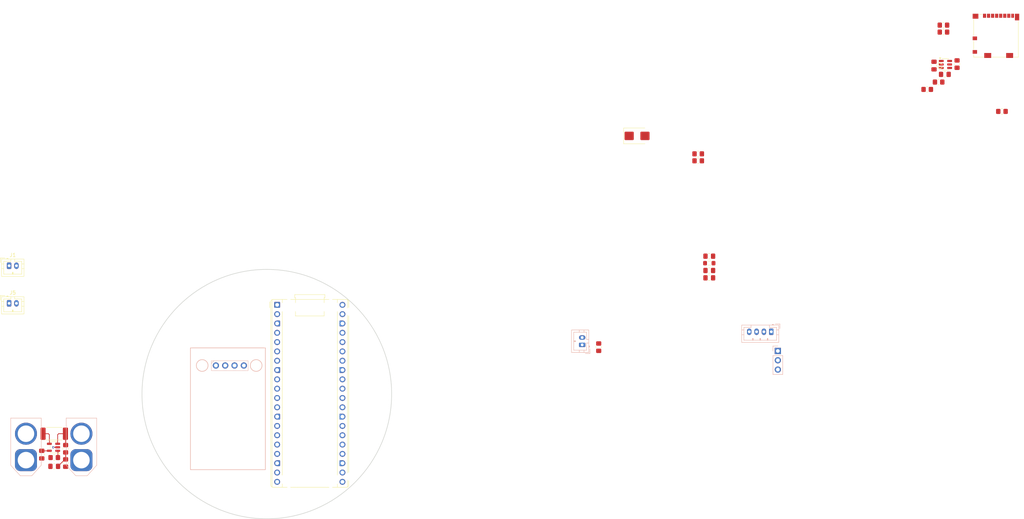
<source format=kicad_pcb>
(kicad_pcb (version 20241229) (generator "pcbnew") (generator_version "9.0")
  (layers (0 "F.Cu" signal) (2 "B.Cu" signal) (13 "F.Paste" user) (15 "B.Paste" user) (5 "F.SilkS" user "F.Silkscreen") (7 "B.SilkS" user "B.Silkscreen") (1 "F.Mask" user) (3 "B.Mask" user) (25 "Edge.Cuts" user))
  (net 0 "")
  (net 1 "/ISENSE_ADC")
  (net 2 "/SCL")
  (net 4 "GND")
  (net 6 "Net-(A1-VSYS)")
  (net 8 "/NTC_ADC")
  (net 10 "/SD_MOSI")
  (net 11 "/VBAT_ADC")
  (net 12 "/SPI1_MISO")
  (net 13 "/UART0_RX")
  (net 14 "+3.3V")
  (net 15 "/SD_CLK")
  (net 17 "/LC_SCK")
  (net 19 "/UART0_TX")
  (net 21 "/RPM")
  (net 22 "/SPI1_SCK")
  (net 23 "/SD_MISO")
  (net 26 "/SDA")
  (net 27 "Net-(A1-ADC_VREF)")
  (net 29 "/SD_CS")
  (net 30 "/SPI1_MOSI")
  (net 32 "/SPI1_CSN")
  (net 33 "/LC_DT")
  (net 34 "/DET_B")
  (net 35 "+5V")
  (net 36 "+12V")
  (net 37 "Net-(J10-SHIELD)")
  (net 38 "/DET_A")
  (net 39 "Net-(J10-VDD)")
  (net 40 "Net-(J10-DAT1)")
  (net 41 "Net-(J10-DAT2)")
  (net 42 "Net-(R4-Pad1)")
  (net 43 "Net-(U2-QOD)")
  (net 45 "/BOUT_P")
  (footprint "MountingHole:MountingHole_2.2mm_M2_ISO7380" (layer "F.Cu") (at 157.435996 115.985996)
    (property "Reference" "H3" (hide yes))
    (property "Value" "MountingHole")
    (pad "" np_thru_hole circle (at 0 0) (size 2.2 2.2) (drill 2.2) (layers "*.Cu" "*.Mask"))
  )
  (footprint "Resistor_SMD:R_2512_6332Metric_Pad1.40x3.35mm_HandSolder" (layer "F.Cu") (at 77.05 104.299999)
    (property "Reference" "R1" (hide yes))
    (property "Value" "6m")
    (fp_line (start -2.177064 -1.709999) (end 2.177063 -1.71) (stroke (width 0.12)) (layer "F.SilkS"))
    (fp_line (start -2.177063 1.71) (end 2.177064 1.709999) (stroke (width 0.12)) (layer "F.SilkS"))
    (pad "1" smd roundrect (at -3.049999 0.000001) (size 1.4 3.35) (layers "F.Cu" "F.Mask" "F.Paste") (roundrect_rratio 0.178571) (net 45 "/BOUT_P"))
    (pad "2" smd roundrect (at 3.049999 -0.000001) (size 1.4 3.35) (layers "F.Cu" "F.Mask" "F.Paste") (roundrect_rratio 0.178571) (net 36 "+12V"))
  )
  (footprint "Resistor_SMD:R_0805_2012Metric_Pad1.20x1.40mm_HandSolder" (layer "F.Cu") (at 335.184999 16.425 180)
    (property "Reference" "R13" (hide yes))
    (property "Value" "1M")
    (fp_line (start -0.227064 0.735) (end 0.227064 0.735) (stroke (width 0.12)) (layer "F.SilkS"))
    (fp_line (start -0.227064 -0.735) (end 0.227064 -0.735) (stroke (width 0.12)) (layer "F.SilkS"))
    (pad "1" smd roundrect (at -1 0 180) (size 1.2 1.4) (layers "F.Cu" "F.Mask" "F.Paste") (roundrect_rratio 0.208333) (net 37 "Net-(J10-SHIELD)"))
    (pad "2" smd roundrect (at 1 0 180) (size 1.2 1.4) (layers "F.Cu" "F.Mask" "F.Paste") (roundrect_rratio 0.208333) (net 4 "GND"))
  )
  (footprint "Resistor_SMD:R_0805_2012Metric_Pad1.20x1.40mm_HandSolder" (layer "F.Cu") (at 77.05 110.8 180)
    (property "Reference" "R4" (hide yes))
    (property "Value" "1k")
    (fp_line (start -0.227064 0.735) (end 0.227065 0.735) (stroke (width 0.12)) (layer "F.SilkS"))
    (fp_line (start -0.227065 -0.735) (end 0.227064 -0.735) (stroke (width 0.12)) (layer "F.SilkS"))
    (pad "1" smd roundrect (at -1.000001 -0.000001 180) (size 1.2 1.4) (layers "F.Cu" "F.Mask" "F.Paste") (roundrect_rratio 0.208333) (net 42 "Net-(R4-Pad1)"))
    (pad "2" smd roundrect (at 1.000001 0.000001 180) (size 1.2 1.4) (layers "F.Cu" "F.Mask" "F.Paste") (roundrect_rratio 0.208333) (net 1 "/ISENSE_ADC"))
  )
  (footprint "Resistor_SMD:R_0805_2012Metric_Pad1.20x1.40mm_HandSolder" (layer "F.Cu") (at 319.25 -7.1 180)
    (property "Reference" "R9" (hide yes))
    (property "Value" "10k")
    (fp_line (start -0.227064 0.735) (end 0.227064 0.735) (stroke (width 0.12)) (layer "F.SilkS"))
    (fp_line (start -0.227064 -0.735) (end 0.227064 -0.735) (stroke (width 0.12)) (layer "F.SilkS"))
    (pad "1" smd roundrect (at -1 0 180) (size 1.2 1.4) (layers "F.Cu" "F.Mask" "F.Paste") (roundrect_rratio 0.208333) (net 39 "Net-(J10-VDD)"))
    (pad "2" smd roundrect (at 1 0 180) (size 1.2 1.4) (layers "F.Cu" "F.Mask" "F.Paste") (roundrect_rratio 0.208333) (net 41 "Net-(J10-DAT2)"))
  )
  (footprint "Inductor_SMD:L_0805_2012Metric_Pad1.05x1.20mm_HandSolder" (layer "F.Cu") (at 255.47 57.8 180)
    (property "Reference" "FB1" (hide yes))
    (property "Value" "FerriteBead_Small")
    (fp_line (start -0.410242 0.56) (end 0.410242 0.56) (stroke (width 0.12)) (layer "F.SilkS"))
    (fp_line (start -0.410242 -0.56) (end 0.410242 -0.56) (stroke (width 0.12)) (layer "F.SilkS"))
    (pad "1" smd roundrect (at -1.15 0 180) (size 1.05 1.2) (layers "F.Cu" "F.Mask" "F.Paste") (roundrect_rratio 0.238095) (net 27 "Net-(A1-ADC_VREF)"))
    (pad "2" smd roundrect (at 1.15 0 180) (size 1.05 1.2) (layers "F.Cu" "F.Mask" "F.Paste") (roundrect_rratio 0.238095) (net 14 "+3.3V"))
  )
  (footprint "Connector_JST:JST_PH_B2B-PH-K_1x02_P2.00mm_Vertical" (layer "F.Cu") (at 64.75 58.5)
    (property "Reference" "J1" (at 1 -2.9 0) (layer "F.SilkS"))
    (property "Value" "12V_OUT")
    (fp_line (start -2.36 -2.11) (end -2.36 -0.86) (stroke (width 0.12)) (layer "F.SilkS"))
    (fp_line (start -2.06 -0.5) (end -1.45 -0.5) (stroke (width 0.12)) (layer "F.SilkS"))
    (fp_line (start -2.06 0.8) (end -1.45 0.8) (stroke (width 0.12)) (layer "F.SilkS"))
    (fp_line (start -1.45 -1.2) (end -1.45 2.3) (stroke (width 0.12)) (layer "F.SilkS"))
    (fp_line (start -1.45 2.3) (end 3.45 2.3) (stroke (width 0.12)) (layer "F.SilkS"))
    (fp_line (start -1.11 -2.11) (end -2.36 -2.11) (stroke (width 0.12)) (layer "F.SilkS"))
    (fp_line (start -0.6 -2.01) (end -0.6 -1.81) (stroke (width 0.12)) (layer "F.SilkS"))
    (fp_line (start -0.3 -2.01) (end -0.6 -2.01) (stroke (width 0.12)) (layer "F.SilkS"))
    (fp_line (start -0.3 -1.91) (end -0.6 -1.91) (stroke (width 0.12)) (layer "F.SilkS"))
    (fp_line (start -0.3 -1.81) (end -0.3 -2.01) (stroke (width 0.12)) (layer "F.SilkS"))
    (fp_line (start 0.5 -1.81) (end 0.5 -1.2) (stroke (width 0.12)) (layer "F.SilkS"))
    (fp_line (start 0.5 -1.2) (end -1.45 -1.2) (stroke (width 0.12)) (layer "F.SilkS"))
    (fp_line (start 0.9 1.8) (end 1.1 1.8) (stroke (width 0.12)) (layer "F.SilkS"))
    (fp_line (start 0.9 2.3) (end 0.9 1.8) (stroke (width 0.12)) (layer "F.SilkS"))
    (fp_line (start 1 2.3) (end 1 1.8) (stroke (width 0.12)) (layer "F.SilkS"))
    (fp_line (start 1.1 1.8) (end 1.1 2.3) (stroke (width 0.12)) (layer "F.SilkS"))
    (fp_line (start 1.5 -1.2) (end 1.5 -1.81) (stroke (width 0.12)) (layer "F.SilkS"))
    (fp_line (start 3.45 -1.2) (end 1.5 -1.2) (stroke (width 0.12)) (layer "F.SilkS"))
    (fp_line (start 3.45 2.3) (end 3.45 -1.2) (stroke (width 0.12)) (layer "F.SilkS"))
    (fp_line (start 4.06 -0.5) (end 3.45 -0.5) (stroke (width 0.12)) (layer "F.SilkS"))
    (fp_line (start 4.06 0.8) (end 3.45 0.8) (stroke (width 0.12)) (layer "F.SilkS"))
    (fp_rect (start -2.06 -1.81) (end 4.06 2.91) (stroke (width 0.12)) (fill no) (layer "F.SilkS"))
    (pad "1" thru_hole roundrect (at 0 0) (size 1.2 1.75) (drill 0.75) (layers "*.Cu" "*.Mask") (roundrect_rratio 0.208333) (net 36 "+12V"))
    (pad "2" thru_hole oval (at 2 0) (size 1.2 1.75) (drill 0.75) (layers "*.Cu" "*.Mask") (net 4 "GND"))
  )
  (footprint "MountingHole:MountingHole_2.2mm_M2_ISO7380" (layer "F.Cu") (at 112.464004 115.985996)
    (property "Reference" "H4" (hide yes))
    (property "Value" "MountingHole")
    (pad "" np_thru_hole circle (at 0 0) (size 2.2 2.2) (drill 2.2) (layers "*.Cu" "*.Mask"))
  )
  (footprint "Resistor_SMD:R_0805_2012Metric_Pad1.20x1.40mm_HandSolder" (layer "F.Cu") (at 80.15 108.4 -90)
    (property "Reference" "R2" (hide yes))
    (property "Value" "10k")
    (fp_line (start -0.227064 0.735) (end 0.227065 0.735) (stroke (width 0.12)) (layer "F.SilkS"))
    (fp_line (start -0.227065 -0.735) (end 0.227064 -0.735) (stroke (width 0.12)) (layer "F.SilkS"))
    (pad "1" smd roundrect (at -1.000001 -0.000001 270) (size 1.2 1.4) (layers "F.Cu" "F.Mask" "F.Paste") (roundrect_rratio 0.208333) (net 36 "+12V"))
    (pad "2" smd roundrect (at 1.000001 0.000001 270) (size 1.2 1.4) (layers "F.Cu" "F.Mask" "F.Paste") (roundrect_rratio 0.208333) (net 11 "/VBAT_ADC"))
  )
  (footprint "Diode_SMD:D_SMB" (layer "F.Cu") (at 235.8 23.1)
    (property "Reference" "D1" (hide yes))
    (property "Value" "B220")
    (fp_line (start -3.66 -2.15) (end -3.66 2.15) (stroke (width 0.12)) (layer "F.SilkS"))
    (fp_line (start -3.66 -2.15) (end 2.15 -2.15) (stroke (width 0.12)) (layer "F.SilkS"))
    (fp_line (start -3.66 2.15) (end 2.15 2.15) (stroke (width 0.12)) (layer "F.SilkS"))
    (pad "1" smd roundrect (at -2.15 0) (size 2.5 2.3) (layers "F.Cu" "F.Mask" "F.Paste") (roundrect_rratio 0.1086956522) (net 6 "Net-(A1-VSYS)"))
    (pad "2" smd roundrect (at 2.15 0) (size 2.5 2.3) (layers "F.Cu" "F.Mask" "F.Paste") (roundrect_rratio 0.1086956522) (net 35 "+5V"))
  )
  (footprint "Resistor_SMD:R_0805_2012Metric_Pad1.20x1.40mm_HandSolder" (layer "F.Cu") (at 317.934999 8.425 180)
    (property "Reference" "R12" (hide yes))
    (property "Value" "10k")
    (fp_line (start -0.227064 0.735) (end 0.227064 0.735) (stroke (width 0.12)) (layer "F.SilkS"))
    (fp_line (start -0.227064 -0.735) (end 0.227064 -0.735) (stroke (width 0.12)) (layer "F.SilkS"))
    (pad "1" smd roundrect (at -1 0 180) (size 1.2 1.4) (layers "F.Cu" "F.Mask" "F.Paste") (roundrect_rratio 0.208333) (net 34 "/DET_B"))
    (pad "2" smd roundrect (at 1 0 180) (size 1.2 1.4) (layers "F.Cu" "F.Mask" "F.Paste") (roundrect_rratio 0.208333) (net 4 "GND"))
  )
  (footprint "Resistor_SMD:R_0805_2012Metric_Pad1.20x1.40mm_HandSolder" (layer "F.Cu") (at 252.45 27.9929)
    (property "Reference" "R5" (hide yes))
    (property "Value" "10k")
    (fp_line (start -0.227064 -0.735) (end 0.227064 -0.735) (stroke (width 0.12)) (layer "F.SilkS"))
    (fp_line (start -0.227064 0.735) (end 0.227064 0.735) (stroke (width 0.12)) (layer "F.SilkS"))
    (pad "1" smd roundrect (at -1 0) (size 1.2 1.4) (layers "F.Cu" "F.Mask" "F.Paste") (roundrect_rratio 0.208333) (net 14 "+3.3V"))
    (pad "2" smd roundrect (at 1 0) (size 1.2 1.4) (layers "F.Cu" "F.Mask" "F.Paste") (roundrect_rratio 0.208333) (net 26 "/SDA"))
  )
  (footprint "Module:RaspberryPi_Pico_Common_THT" (layer "F.Cu") (at 137.77 69.16)
    (property "Reference" "A1" (hide yes))
    (property "Value" "RaspberryPi_Pico_W")
    (fp_line (start -2.04 0.8) (end -2.04 -0.8) (stroke (width 0.12)) (layer "F.SilkS"))
    (fp_line (start -1.72 -0.87) (end -1.72 49.13) (stroke (width 0.12)) (layer "F.SilkS"))
    (fp_line (start -1.38 -1.417) (end -1.38 49.677) (stroke (width 0.12)) (layer "F.SilkS"))
    (fp_line (start -1.11 -1.48) (end 1.38 -1.48) (stroke (width 0.12)) (layer "F.SilkS"))
    (fp_line (start -1.11 49.74) (end 2.727939 49.74) (stroke (width 0.12)) (layer "F.SilkS"))
    (fp_line (start 1.38 -1.48) (end 1.38 -0.56648) (stroke (width 0.12)) (layer "F.SilkS"))
    (fp_line (start 1.38 -1.48) (end 2.72794 -1.48) (stroke (width 0.12)) (layer "F.SilkS"))
    (fp_line (start 1.38 1.82648) (end 1.38 46.43352) (stroke (width 0.12)) (layer "F.SilkS"))
    (fp_line (start 1.38 48.82648) (end 1.38 49.74) (stroke (width 0.12)) (layer "F.SilkS"))
    (fp_line (start 3.652061 -1.48) (end 4.655 -1.48) (stroke (width 0.12)) (layer "F.SilkS"))
    (fp_line (start 4.655 -1.48) (end 13.125 -1.48) (stroke (width 0.12)) (layer "F.SilkS"))
    (fp_line (start 4.78 -2.78) (end 4.78 -1.96) (stroke (width 0.12)) (layer "F.SilkS"))
    (fp_line (start 4.78 -2.78) (end 13 -2.78) (stroke (width 0.12)) (layer "F.SilkS"))
    (fp_line (start 4.78 -1.96) (end 4.99 -1.96) (stroke (width 0.12)) (layer "F.SilkS"))
    (fp_line (start 4.99 -1.96) (end 4.99 -0.564) (stroke (width 0.12)) (layer "F.SilkS"))
    (fp_line (start 4.99 1.824) (end 4.99 3.04) (stroke (width 0.12)) (layer "F.SilkS"))
    (fp_line (start 5.29 49.74) (end 3.652061 49.74) (stroke (width 0.12)) (layer "F.SilkS"))
    (fp_line (start 12.49 49.74) (end 5.29 49.74) (stroke (width 0.12)) (layer "F.SilkS"))
    (fp_line (start 12.79 -1.96) (end 12.79 -0.564) (stroke (width 0.12)) (layer "F.SilkS"))
    (fp_line (start 12.79 1.824) (end 12.79 3.04) (stroke (width 0.12)) (layer "F.SilkS"))
    (fp_line (start 12.79 3.04) (end 4.99 3.04) (stroke (width 0.12)) (layer "F.SilkS"))
    (fp_line (start 13 -2.78) (end 13 -1.96) (stroke (width 0.12)) (layer "F.SilkS"))
    (fp_line (start 13 -1.96) (end 12.79 -1.96) (stroke (width 0.12)) (layer "F.SilkS"))
    (fp_line (start 13.125 -1.48) (end 14.127939 -1.48) (stroke (width 0.12)) (layer "F.SilkS"))
    (fp_line (start 14.127939 49.74) (end 12.49 49.74) (stroke (width 0.12)) (layer "F.SilkS"))
    (fp_line (start 15.052061 -1.48) (end 16.4 -1.48) (stroke (width 0.12)) (layer "F.SilkS"))
    (fp_line (start 15.052061 49.74) (end 18.89 49.74) (stroke (width 0.12)) (layer "F.SilkS"))
    (fp_line (start 16.4 -1.48) (end 16.4 -0.56648) (stroke (width 0.12)) (layer "F.SilkS"))
    (fp_line (start 16.4 1.82648) (end 16.4 46.43352) (stroke (width 0.12)) (layer "F.SilkS"))
    (fp_line (start 16.4 48.82648) (end 16.4 49.74) (stroke (width 0.12)) (layer "F.SilkS"))
    (fp_line (start 18.89 -1.48) (end 16.4 -1.48) (stroke (width 0.12)) (layer "F.SilkS"))
    (fp_line (start 19.16 49.677) (end 19.16 -1.417) (stroke (width 0.12)) (layer "F.SilkS"))
    (fp_line (start 19.5 -0.87) (end 19.5 49.13) (stroke (width 0.12)) (layer "F.SilkS"))
    (fp_arc (start -1.72 -0.87) (mid -1.541335 -1.301335) (end -1.11 -1.48) (stroke (width 0.12)) (layer "F.SilkS"))
    (fp_arc (start -1.11 49.74) (mid -1.541364 49.561364) (end -1.72 49.13) (stroke (width 0.12)) (layer "F.SilkS"))
    (fp_arc (start 18.89 -1.48) (mid 19.321335 -1.301335) (end 19.5 -0.87) (stroke (width 0.12)) (layer "F.SilkS"))
    (fp_arc (start 19.5 49.13) (mid 19.321335 49.561335) (end 18.89 49.74) (stroke (width 0.12)) (layer "F.SilkS"))
    (pad "1" thru_hole roundrect (at 0 0) (size 1.6 1.6) (drill 1) (layers "*.Cu" "*.Mask") (roundrect_rratio 0.125) (net 26 "/SDA"))
    (pad "2" thru_hole circle (at 0 2.54) (size 1.6 1.6) (drill 1) (layers "*.Cu" "*.Mask") (net 2 "/SCL"))
    (pad "3" thru_hole custom (at 0 5.08) (size 1.6 1.6) (drill 1) (layers "*.Cu" "*.Mask") (net 4 "GND") (options (clearance outline) (anchor circle)) (primitives (gr_poly (pts (xy 0.8 0.6) (xy 0.8 -0.6) (xy 0.6 -0.8) (xy 0 -0.8) (xy 0 0.8) (xy 0.6 0.8)) (width 0) (fill yes)) (gr_circle (center 0.6 0.6) (end 0.8 0.6) (width 0) (fill yes)) (gr_circle (center 0.6 -0.6) (end 0.8 -0.6) (width 0) (fill yes))))
    (pad "4" thru_hole circle (at 0 7.62) (size 1.6 1.6) (drill 1) (layers "*.Cu" "*.Mask") (net 21 "/RPM"))
    (pad "5" thru_hole circle (at 0 10.16) (size 1.6 1.6) (drill 1) (layers "*.Cu" "*.Mask") (net 33 "/LC_DT"))
    (pad "6" thru_hole circle (at 0 12.7) (size 1.6 1.6) (drill 1) (layers "*.Cu" "*.Mask") (net 17 "/LC_SCK"))
    (pad "7" thru_hole circle (at 0 15.24) (size 1.6 1.6) (drill 1) (layers "*.Cu" "*.Mask"))
    (pad "8" thru_hole custom (at 0 17.78) (size 1.6 1.6) (drill 1) (layers "*.Cu" "*.Mask") (net 4 "GND") (options (clearance outline) (anchor circle)) (primitives (gr_poly (pts (xy 0.8 0.6) (xy 0.8 -0.6) (xy 0.6 -0.8) (xy 0 -0.8) (xy 0 0.8) (xy 0.6 0.8)) (width 0) (fill yes)) (gr_circle (center 0.6 0.6) (end 0.8 0.6) (width 0) (fill yes)) (gr_circle (center 0.6 -0.6) (end 0.8 -0.6) (width 0) (fill yes))))
    (pad "9" thru_hole circle (at 0 20.32) (size 1.6 1.6) (drill 1) (layers "*.Cu" "*.Mask"))
    (pad "10" thru_hole circle (at 0 22.86) (size 1.6 1.6) (drill 1) (layers "*.Cu" "*.Mask"))
    (pad "11" thru_hole circle (at 0 25.4) (size 1.6 1.6) (drill 1) (layers "*.Cu" "*.Mask"))
    (pad "12" thru_hole circle (at 0 27.94) (size 1.6 1.6) (drill 1) (layers "*.Cu" "*.Mask"))
    (pad "13" thru_hole custom (at 0 30.48) (size 1.6 1.6) (drill 1) (layers "*.Cu" "*.Mask") (net 4 "GND") (options (clearance outline) (anchor circle)) (primitives (gr_poly (pts (xy 0.8 0.6) (xy 0.8 -0.6) (xy 0.6 -0.8) (xy 0 -0.8) (xy 0 0.8) (xy 0.6 0.8)) (width 0) (fill yes)) (gr_circle (center 0.6 0.6) (end 0.8 0.6) (width 0) (fill yes)) (gr_circle (center 0.6 -0.6) (end 0.8 -0.6) (width 0) (fill yes))))
    (pad "14" thru_hole circle (at 0 33.02) (size 1.6 1.6) (drill 1) (layers "*.Cu" "*.Mask") (net 22 "/SPI1_SCK"))
    (pad "15" thru_hole circle (at 0 35.56) (size 1.6 1.6) (drill 1) (layers "*.Cu" "*.Mask") (net 30 "/SPI1_MOSI"))
    (pad "16" thru_hole circle (at 0 38.1) (size 1.6 1.6) (drill 1) (layers "*.Cu" "*.Mask") (net 12 "/SPI1_MISO"))
    (pad "17" thru_hole circle (at 0 40.64) (size 1.6 1.6) (drill 1) (layers "*.Cu" "*.Mask") (net 32 "/SPI1_CSN"))
    (pad "18" thru_hole custom (at 0 43.18) (size 1.6 1.6) (drill 1) (layers "*.Cu" "*.Mask") (net 4 "GND") (options (clearance outline) (anchor circle)) (primitives (gr_poly (pts (xy 0.8 0.6) (xy 0.8 -0.6) (xy 0.6 -0.8) (xy 0 -0.8) (xy 0 0.8) (xy 0.6 0.8)) (width 0) (fill yes)) (gr_circle (center 0.6 0.6) (end 0.8 0.6) (width 0) (fill yes)) (gr_circle (center 0.6 -0.6) (end 0.8 -0.6) (width 0) (fill yes))))
    (pad "19" thru_hole circle (at 0 45.72) (size 1.6 1.6) (drill 1) (layers "*.Cu" "*.Mask"))
    (pad "20" thru_hole circle (at 0 48.26) (size 1.6 1.6) (drill 1) (layers "*.Cu" "*.Mask"))
    (pad "21" thru_hole circle (at 17.78 48.26) (size 1.6 1.6) (drill 1) (layers "*.Cu" "*.Mask") (net 19 "/UART0_TX"))
    (pad "22" thru_hole circle (at 17.78 45.72) (size 1.6 1.6) (drill 1) (layers "*.Cu" "*.Mask") (net 13 "/UART0_RX"))
    (pad "23" thru_hole custom (at 17.78 43.18) (size 1.6 1.6) (drill 1) (layers "*.Cu" "*.Mask") (net 4 "GND") (options (clearance outline) (anchor circle)) (primitives (gr_poly (pts (xy -0.8 0.6) (xy -0.8 -0.6) (xy -0.6 -0.8) (xy 0 -0.8) (xy 0 0.8) (xy -0.6 0.8)) (width 0) (fill yes)) (gr_circle (center -0.6 0.6) (end -0.4 0.6) (width 0) (fill yes)) (gr_circle (center -0.6 -0.6) (end -0.4 -0.6) (width 0) (fill yes))))
    (pad "24" thru_hole circle (at 17.78 40.64) (size 1.6 1.6) (drill 1) (layers "*.Cu" "*.Mask") (net 15 "/SD_CLK"))
    (pad "25" thru_hole circle (at 17.78 38.1) (size 1.6 1.6) (drill 1) (layers "*.Cu" "*.Mask") (net 10 "/SD_MOSI"))
    (pad "26" thru_hole circle (at 17.78 35.56) (size 1.6 1.6) (drill 1) (layers "*.Cu" "*.Mask") (net 23 "/SD_MISO"))
    (pad "27" thru_hole circle (at 17.78 33.02) (size 1.6 1.6) (drill 1) (layers "*.Cu" "*.Mask") (net 29 "/SD_CS"))
    (pad "28" thru_hole custom (at 17.78 30.48) (size 1.6 1.6) (drill 1) (layers "*.Cu" "*.Mask") (net 4 "GND") (options (clearance outline) (anchor circle)) (primitives (gr_poly (pts (xy -0.8 0.6) (xy -0.8 -0.6) (xy -0.6 -0.8) (xy 0 -0.8) (xy 0 0.8) (xy -0.6 0.8)) (width 0) (fill yes)) (gr_circle (center -0.6 0.6) (end -0.4 0.6) (width 0) (fill yes)) (gr_circle (center -0.6 -0.6) (end -0.4 -0.6) (width 0) (fill yes))))
    (pad "29" thru_hole circle (at 17.78 27.94) (size 1.6 1.6) (drill 1) (layers "*.Cu" "*.Mask"))
    (pad "30" thru_hole circle (at 17.78 25.4) (size 1.6 1.6) (drill 1) (layers "*.Cu" "*.Mask"))
    (pad "31" thru_hole circle (at 17.78 22.86) (size 1.6 1.6) (drill 1) (layers "*.Cu" "*.Mask") (net 11 "/VBAT_ADC"))
    (pad "32" thru_hole circle (at 17.78 20.32) (size 1.6 1.6) (drill 1) (layers "*.Cu" "*.Mask") (net 1 "/ISENSE_ADC"))
    (pad "33" thru_hole custom (at 17.78 17.78) (size 1.6 1.6) (drill 1) (layers "*.Cu" "*.Mask") (net 4 "GND") (options (clearance outline) (anchor circle)) (primitives (gr_poly (pts (xy -0.8 0.6) (xy -0.8 -0.6) (xy -0.6 -0.8) (xy 0 -0.8) (xy 0 0.8) (xy -0.6 0.8)) (width 0) (fill yes)) (gr_circle (center -0.6 0.6) (end -0.4 0.6) (width 0) (fill yes)) (gr_circle (center -0.6 -0.6) (end -0.4 -0.6) (width 0) (fill yes))))
    (pad "34" thru_hole circle (at 17.78 15.24) (size 1.6 1.6) (drill 1) (layers "*.Cu" "*.Mask") (net 8 "/NTC_ADC"))
    (pad "35" thru_hole circle (at 17.78 12.7) (size 1.6 1.6) (drill 1) (layers "*.Cu" "*.Mask") (net 27 "Net-(A1-ADC_VREF)"))
    (pad "36" thru_hole circle (at 17.78 10.16) (size 1.6 1.6) (drill 1) (layers "*.Cu" "*.Mask") (net 14 "+3.3V"))
    (pad "37" thru_hole circle (at 17.78 7.62) (size 1.6 1.6) (drill 1) (layers "*.Cu" "*.Mask"))
    (pad "38" thru_hole custom (at 17.78 5.08) (size 1.6 1.6) (drill 1) (layers "*.Cu" "*.Mask") (net 4 "GND") (options (clearance outline) (anchor circle)) (primitives (gr_poly (pts (xy -0.8 0.6) (xy -0.8 -0.6) (xy -0.6 -0.8) (xy 0 -0.8) (xy 0 0.8) (xy -0.6 0.8)) (width 0) (fill yes)) (gr_circle (center -0.6 0.6) (end -0.4 0.6) (width 0) (fill yes)) (gr_circle (center -0.6 -0.6) (end -0.4 -0.6) (width 0) (fill yes))))
    (pad "39" thru_hole circle (at 17.78 2.54) (size 1.6 1.6) (drill 1) (layers "*.Cu" "*.Mask") (net 6 "Net-(A1-VSYS)"))
    (pad "40" thru_hole circle (at 17.78 0) (size 1.6 1.6) (drill 1) (layers "*.Cu" "*.Mask"))
  )
  (footprint "Capacitor_SMD:C_0805_2012Metric_Pad1.18x1.45mm_HandSolder" (layer "F.Cu") (at 73.65 110 -90)
    (property "Reference" "C2" (hide yes))
    (property "Value" "100n")
    (fp_line (start -0.261252 0.735) (end 0.261252 0.735) (stroke (width 0.12)) (layer "F.SilkS"))
    (fp_line (start -0.261252 -0.735) (end 0.261252 -0.735) (stroke (width 0.12)) (layer "F.SilkS"))
    (pad "1" smd roundrect (at -1.0375 0 270) (size 1.175 1.45) (layers "F.Cu" "F.Mask" "F.Paste") (roundrect_rratio 0.212766) (net 14 "+3.3V"))
    (pad "2" smd roundrect (at 1.0375 0 270) (size 1.175 1.45) (layers "F.Cu" "F.Mask" "F.Paste") (roundrect_rratio 0.212766) (net 4 "GND"))
  )
  (footprint "MountingHole:MountingHole_2.2mm_M2_ISO7380" (layer "F.Cu") (at 157.435996 71.014004)
    (property "Reference" "H2" (hide yes))
    (property "Value" "MountingHole")
    (pad "" np_thru_hole circle (at 0 0) (size 2.2 2.2) (drill 2.2) (layers "*.Cu" "*.Mask"))
  )
  (footprint "MountingHole:MountingHole_2.2mm_M2_ISO7380" (layer "F.Cu") (at 112.464004 71.014004)
    (property "Reference" "H1" (hide yes))
    (property "Value" "MountingHole")
    (pad "" np_thru_hole circle (at 0 0) (size 2.2 2.2) (drill 2.2) (layers "*.Cu" "*.Mask"))
  )
  (footprint "Package_TO_SOT_SMD:SOT-23-5" (layer "F.Cu") (at 76.85 108 180)
    (property "Reference" "U1" (hide yes))
    (property "Value" "INA180A3")
    (fp_line (start 0.91 1.56) (end -0.91 1.559999) (stroke (width 0.12)) (layer "F.SilkS"))
    (fp_line (start 0.91 1.51) (end 0.91 1.56) (stroke (width 0.12)) (layer "F.SilkS"))
    (fp_line (start 0.91 -0.39) (end 0.909999 0.389999) (stroke (width 0.12)) (layer "F.SilkS"))
    (fp_line (start 0.91 -1.559999) (end 0.91 -1.51) (stroke (width 0.12)) (layer "F.SilkS"))
    (fp_line (start -0.91 1.559999) (end -0.91 1.51) (stroke (width 0.12)) (layer "F.SilkS"))
    (fp_line (start -0.91 -1.51) (end -0.91 -1.56) (stroke (width 0.12)) (layer "F.SilkS"))
    (fp_line (start -0.91 -1.56) (end 0.91 -1.559999) (stroke (width 0.12)) (layer "F.SilkS"))
    (fp_poly (pts (xy -1.45 -1.51) (xy -1.69 -1.839999) (xy -1.21 -1.84)) (stroke (width 0.12)) (fill yes) (layer "F.SilkS"))
    (pad "1" smd roundrect (at -1.1375 -0.95 180) (size 1.325 0.6) (layers "F.Cu" "F.Mask" "F.Paste") (net 42 "Net-(R4-Pad1)"))
    (pad "2" smd roundrect (at -1.1375 0 180) (size 1.325 0.6) (layers "F.Cu" "F.Mask" "F.Paste") (net 4 "GND"))
    (pad "3" smd roundrect (at -1.137499 0.949999 180) (size 1.325 0.6) (layers "F.Cu" "F.Mask" "F.Paste") (net 36 "+12V"))
    (pad "4" smd roundrect (at 1.1375 0.95 180) (size 1.325 0.6) (layers "F.Cu" "F.Mask" "F.Paste") (net 45 "/BOUT_P"))
    (pad "5" smd roundrect (at 1.137499 -0.949999 180) (size 1.325 0.6) (layers "F.Cu" "F.Mask" "F.Paste") (net 14 "+3.3V"))
  )
  (footprint "Connector_JST:JST_PH_B2B-PH-K_1x02_P2.00mm_Vertical" (layer "F.Cu") (at 64.75 68.75)
    (property "Reference" "J5" (at 1 -2.9 0) (layer "F.SilkS"))
    (property "Value" "5V_IN")
    (fp_line (start -2.36 -2.11) (end -2.36 -0.86) (stroke (width 0.12)) (layer "F.SilkS"))
    (fp_line (start -2.06 -0.5) (end -1.45 -0.5) (stroke (width 0.12)) (layer "F.SilkS"))
    (fp_line (start -2.06 0.8) (end -1.45 0.8) (stroke (width 0.12)) (layer "F.SilkS"))
    (fp_line (start -1.45 -1.2) (end -1.45 2.3) (stroke (width 0.12)) (layer "F.SilkS"))
    (fp_line (start -1.45 2.3) (end 3.45 2.3) (stroke (width 0.12)) (layer "F.SilkS"))
    (fp_line (start -1.11 -2.11) (end -2.36 -2.11) (stroke (width 0.12)) (layer "F.SilkS"))
    (fp_line (start -0.6 -2.01) (end -0.6 -1.81) (stroke (width 0.12)) (layer "F.SilkS"))
    (fp_line (start -0.3 -2.01) (end -0.6 -2.01) (stroke (width 0.12)) (layer "F.SilkS"))
    (fp_line (start -0.3 -1.91) (end -0.6 -1.91) (stroke (width 0.12)) (layer "F.SilkS"))
    (fp_line (start -0.3 -1.81) (end -0.3 -2.01) (stroke (width 0.12)) (layer "F.SilkS"))
    (fp_line (start 0.5 -1.81) (end 0.5 -1.2) (stroke (width 0.12)) (layer "F.SilkS"))
    (fp_line (start 0.5 -1.2) (end -1.45 -1.2) (stroke (width 0.12)) (layer "F.SilkS"))
    (fp_line (start 0.9 1.8) (end 1.1 1.8) (stroke (width 0.12)) (layer "F.SilkS"))
    (fp_line (start 0.9 2.3) (end 0.9 1.8) (stroke (width 0.12)) (layer "F.SilkS"))
    (fp_line (start 1 2.3) (end 1 1.8) (stroke (width 0.12)) (layer "F.SilkS"))
    (fp_line (start 1.1 1.8) (end 1.1 2.3) (stroke (width 0.12)) (layer "F.SilkS"))
    (fp_line (start 1.5 -1.2) (end 1.5 -1.81) (stroke (width 0.12)) (layer "F.SilkS"))
    (fp_line (start 3.45 -1.2) (end 1.5 -1.2) (stroke (width 0.12)) (layer "F.SilkS"))
    (fp_line (start 3.45 2.3) (end 3.45 -1.2) (stroke (width 0.12)) (layer "F.SilkS"))
    (fp_line (start 4.06 -0.5) (end 3.45 -0.5) (stroke (width 0.12)) (layer "F.SilkS"))
    (fp_line (start 4.06 0.8) (end 3.45 0.8) (stroke (width 0.12)) (layer "F.SilkS"))
    (fp_rect (start -2.06 -1.81) (end 4.06 2.91) (stroke (width 0.12)) (fill no) (layer "F.SilkS"))
    (pad "1" thru_hole roundrect (at 0 0) (size 1.2 1.75) (drill 0.75) (layers "*.Cu" "*.Mask") (roundrect_rratio 0.208333) (net 35 "+5V"))
    (pad "2" thru_hole oval (at 2 0) (size 1.2 1.75) (drill 0.75) (layers "*.Cu" "*.Mask") (net 4 "GND"))
  )
  (footprint "Package_TO_SOT_SMD:SOT-23-6" (layer "F.Cu") (at 319.797499 3.625)
    (property "Reference" "U2" (hide yes))
    (property "Value" "TPS22917DBV")
    (fp_line (start -0.91 -1.56) (end 0.91 -1.56) (stroke (width 0.12)) (layer "F.SilkS"))
    (fp_line (start -0.91 -1.51) (end -0.91 -1.56) (stroke (width 0.12)) (layer "F.SilkS"))
    (fp_line (start -0.91 1.56) (end -0.91 1.51) (stroke (width 0.12)) (layer "F.SilkS"))
    (fp_line (start 0.91 -1.56) (end 0.91 -1.51) (stroke (width 0.12)) (layer "F.SilkS"))
    (fp_line (start 0.91 1.51) (end 0.91 1.56) (stroke (width 0.12)) (layer "F.SilkS"))
    (fp_line (start 0.91 1.56) (end -0.91 1.56) (stroke (width 0.12)) (layer "F.SilkS"))
    (fp_poly (pts (xy -1.45 -1.51) (xy -1.69 -1.84) (xy -1.21 -1.84)) (stroke (width 0.12)) (fill yes) (layer "F.SilkS"))
    (pad "1" smd roundrect (at -1.1375 -0.95) (size 1.325 0.6) (layers "F.Cu" "F.Mask" "F.Paste") (net 14 "+3.3V"))
    (pad "2" smd roundrect (at -1.1375 0) (size 1.325 0.6) (layers "F.Cu" "F.Mask" "F.Paste") (net 4 "GND"))
    (pad "3" smd roundrect (at -1.1375 0.95) (size 1.325 0.6) (layers "F.Cu" "F.Mask" "F.Paste") (net 34 "/DET_B"))
    (pad "4" smd roundrect (at 1.1375 0.95) (size 1.325 0.6) (layers "F.Cu" "F.Mask" "F.Paste"))
    (pad "5" smd roundrect (at 1.1375 0) (size 1.325 0.6) (layers "F.Cu" "F.Mask" "F.Paste") (net 43 "Net-(U2-QOD)"))
    (pad "6" smd roundrect (at 1.1375 -0.95) (size 1.325 0.6) (layers "F.Cu" "F.Mask" "F.Paste") (net 39 "Net-(J10-VDD)"))
  )
  (footprint "Capacitor_SMD:C_0805_2012Metric_Pad1.18x1.45mm_HandSolder" (layer "F.Cu") (at 77.05 113.2 180)
    (property "Reference" "C1" (hide yes))
    (property "Value" "100n")
    (fp_line (start -0.261252 0.735) (end 0.261252 0.735) (stroke (width 0.12)) (layer "F.SilkS"))
    (fp_line (start -0.261252 -0.735) (end 0.261252 -0.735) (stroke (width 0.12)) (layer "F.SilkS"))
    (pad "1" smd roundrect (at -1.0375 0 180) (size 1.175 1.45) (layers "F.Cu" "F.Mask" "F.Paste") (roundrect_rratio 0.212766) (net 11 "/VBAT_ADC"))
    (pad "2" smd roundrect (at 1.0375 0 180) (size 1.175 1.45) (layers "F.Cu" "F.Mask" "F.Paste") (roundrect_rratio 0.212766) (net 4 "GND"))
  )
  (footprint "Resistor_SMD:R_0805_2012Metric_Pad1.20x1.40mm_HandSolder" (layer "F.Cu") (at 319.25 -5.2 180)
    (property "Reference" "R8" (hide yes))
    (property "Value" "10k")
    (fp_line (start -0.227064 0.735) (end 0.227064 0.735) (stroke (width 0.12)) (layer "F.SilkS"))
    (fp_line (start -0.227064 -0.735) (end 0.227064 -0.735) (stroke (width 0.12)) (layer "F.SilkS"))
    (pad "1" smd roundrect (at -1 0 180) (size 1.2 1.4) (layers "F.Cu" "F.Mask" "F.Paste") (roundrect_rratio 0.208333) (net 39 "Net-(J10-VDD)"))
    (pad "2" smd roundrect (at 1 0 180) (size 1.2 1.4) (layers "F.Cu" "F.Mask" "F.Paste") (roundrect_rratio 0.208333) (net 40 "Net-(J10-DAT1)"))
  )
  (footprint "Connector_Card:microSD_HC_Molex_104031-0811" (layer "F.Cu") (at 333.55 -4.2)
    (property "Reference" "J10" (hide yes))
    (property "Value" "Micro_SD_Card_Det2")
    (fp_line (start -6.07 1.4) (end -6.069999 3.699999) (stroke (width 0.12)) (layer "F.SilkS"))
    (fp_line (start -6.07 5.819999) (end -3.39 5.82) (stroke (width 0.12)) (layer "F.SilkS"))
    (fp_line (start -6.069999 -4.45) (end -6.07 0) (stroke (width 0.12)) (layer "F.SilkS"))
    (fp_line (start -6.069999 5.1) (end -6.07 5.819999) (stroke (width 0.12)) (layer "F.SilkS"))
    (fp_line (start -4.59 -5.82) (end -3.730001 -5.82) (stroke (width 0.12)) (layer "F.SilkS"))
    (fp_line (start -1.090001 5.820001) (end 2.58 5.82) (stroke (width 0.12)) (layer "F.SilkS"))
    (fp_line (start 4.88 5.819999) (end 6.109999 5.820001) (stroke (width 0.12)) (layer "F.SilkS"))
    (fp_line (start 6.109999 5.820001) (end 6.11 -4.000001) (stroke (width 0.12)) (layer "F.SilkS"))
    (pad "1" smd rect (at -3.105 -5.449999) (size 0.85 1.1) (layers "F.Cu" "F.Mask" "F.Paste") (net 41 "Net-(J10-DAT2)"))
    (pad "2" smd rect (at -2.005 -5.449999) (size 0.85 1.1) (layers "F.Cu" "F.Mask" "F.Paste") (net 29 "/SD_CS"))
    (pad "3" smd rect (at -0.905001 -5.45) (size 0.85 1.1) (layers "F.Cu" "F.Mask" "F.Paste") (net 10 "/SD_MOSI"))
    (pad "4" smd rect (at 0.195001 -5.45) (size 0.85 1.1) (layers "F.Cu" "F.Mask" "F.Paste") (net 39 "Net-(J10-VDD)"))
    (pad "5" smd rect (at 1.295 -5.449999) (size 0.85 1.1) (layers "F.Cu" "F.Mask" "F.Paste") (net 15 "/SD_CLK"))
    (pad "6" smd rect (at 2.395001 -5.45) (size 0.85 1.1) (layers "F.Cu" "F.Mask" "F.Paste") (net 4 "GND"))
    (pad "7" smd rect (at 3.495001 -5.449999) (size 0.85 1.1) (layers "F.Cu" "F.Mask" "F.Paste") (net 23 "/SD_MISO"))
    (pad "8" smd rect (at 4.544999 -5.45) (size 0.75 1.1) (layers "F.Cu" "F.Mask" "F.Paste") (net 40 "Net-(J10-DAT1)"))
    (pad "9" smd rect (at -5.74 0.700001) (size 1.2 1) (layers "F.Cu" "F.Mask" "F.Paste") (net 34 "/DET_B"))
    (pad "10" smd rect (at -5.74 4.4) (size 1.2 1) (layers "F.Cu" "F.Mask" "F.Paste") (net 38 "/DET_A"))
    (pad "11" smd rect (at -5.564999 -5.325) (size 1.55 1.35) (layers "F.Cu" "F.Mask" "F.Paste") (net 37 "Net-(J10-SHIELD)"))
    (pad "11" smd rect (at -2.24 5.375) (size 1.9 1.35) (layers "F.Cu" "F.Mask" "F.Paste") (net 37 "Net-(J10-SHIELD)"))
    (pad "11" smd rect (at 3.73 5.375001) (size 1.9 1.35) (layers "F.Cu" "F.Mask" "F.Paste") (net 37 "Net-(J10-SHIELD)"))
    (pad "11" smd rect (at 5.755 -5.1) (size 1.17 1.8) (layers "F.Cu" "F.Mask" "F.Paste") (net 37 "Net-(J10-SHIELD)"))
  )
  (footprint "Resistor_SMD:R_0805_2012Metric_Pad1.20x1.40mm_HandSolder" (layer "F.Cu") (at 80.15 112.3 -90)
    (property "Reference" "R3" (hide yes))
    (property "Value" "4.7k")
    (fp_line (start -0.227064 0.735) (end 0.227065 0.735) (stroke (width 0.12)) (layer "F.SilkS"))
    (fp_line (start -0.227065 -0.735) (end 0.227064 -0.735) (stroke (width 0.12)) (layer "F.SilkS"))
    (pad "1" smd roundrect (at -1.000001 -0.000001 270) (size 1.2 1.4) (layers "F.Cu" "F.Mask" "F.Paste") (roundrect_rratio 0.208333) (net 11 "/VBAT_ADC"))
    (pad "2" smd roundrect (at 1.000001 0.000001 270) (size 1.2 1.4) (layers "F.Cu" "F.Mask" "F.Paste") (roundrect_rratio 0.208333) (net 4 "GND"))
  )
  (footprint "Capacitor_SMD:C_0805_2012Metric_Pad1.18x1.45mm_HandSolder" (layer "F.Cu") (at 319.634999 6.325 180)
    (property "Reference" "C6" (hide yes))
    (property "Value" "1u")
    (fp_line (start -0.261252 0.735) (end 0.261252 0.735) (stroke (width 0.12)) (layer "F.SilkS"))
    (fp_line (start -0.261252 -0.735) (end 0.261252 -0.735) (stroke (width 0.12)) (layer "F.SilkS"))
    (pad "1" smd roundrect (at -1.0375 0 180) (size 1.175 1.45) (layers "F.Cu" "F.Mask" "F.Paste") (roundrect_rratio 0.212766) (net 34 "/DET_B"))
    (pad "2" smd roundrect (at 1.0375 0 180) (size 1.175 1.45) (layers "F.Cu" "F.Mask" "F.Paste") (roundrect_rratio 0.212766) (net 4 "GND"))
  )
  (footprint "Capacitor_SMD:C_0805_2012Metric_Pad1.18x1.45mm_HandSolder" (layer "F.Cu") (at 316.684999 3.925 -90)
    (property "Reference" "C7" (at 0 -1.68 90) (layer "F.SilkS"))
    (property "Value" "1u")
    (fp_line (start -0.261252 0.735) (end 0.261252 0.735) (stroke (width 0.12)) (layer "F.SilkS"))
    (fp_line (start -0.261252 -0.735) (end 0.261252 -0.735) (stroke (width 0.12)) (layer "F.SilkS"))
    (pad "1" smd roundrect (at -1.0375 0 270) (size 1.175 1.45) (layers "F.Cu" "F.Mask" "F.Paste") (roundrect_rratio 0.212766) (net 14 "+3.3V"))
    (pad "2" smd roundrect (at 1.0375 0 270) (size 1.175 1.45) (layers "F.Cu" "F.Mask" "F.Paste") (roundrect_rratio 0.212766) (net 4 "GND"))
  )
  (footprint "Capacitor_SMD:C_0805_2012Metric_Pad1.18x1.45mm_HandSolder" (layer "F.Cu") (at 255.47 55.9)
    (property "Reference" "C5" (hide yes))
    (property "Value" "100n")
    (fp_line (start -0.261252 -0.735) (end 0.261252 -0.735) (stroke (width 0.12)) (layer "F.SilkS"))
    (fp_line (start -0.261252 0.735) (end 0.261252 0.735) (stroke (width 0.12)) (layer "F.SilkS"))
    (pad "1" smd roundrect (at -1.0375 0) (size 1.175 1.45) (layers "F.Cu" "F.Mask" "F.Paste") (roundrect_rratio 0.212766) (net 14 "+3.3V"))
    (pad "2" smd roundrect (at 1.0375 0) (size 1.175 1.45) (layers "F.Cu" "F.Mask" "F.Paste") (roundrect_rratio 0.212766) (net 4 "GND"))
  )
  (footprint "Resistor_SMD:R_0805_2012Metric_Pad1.20x1.40mm_HandSolder" (layer "F.Cu") (at 314.834999 10.425)
    (property "Reference" "R11" (hide yes))
    (property "Value" "10k")
    (fp_line (start -0.227064 -0.735) (end 0.227064 -0.735) (stroke (width 0.12)) (layer "F.SilkS"))
    (fp_line (start -0.227064 0.735) (end 0.227064 0.735) (stroke (width 0.12)) (layer "F.SilkS"))
    (pad "1" smd roundrect (at -1 0) (size 1.2 1.4) (layers "F.Cu" "F.Mask" "F.Paste") (roundrect_rratio 0.208333) (net 14 "+3.3V"))
    (pad "2" smd roundrect (at 1 0) (size 1.2 1.4) (layers "F.Cu" "F.Mask" "F.Paste") (roundrect_rratio 0.208333) (net 38 "/DET_A"))
  )
  (footprint "Resistor_SMD:R_0805_2012Metric_Pad1.20x1.40mm_HandSolder" (layer "F.Cu") (at 225.35 80.7 90)
    (property "Reference" "R7" (hide yes))
    (property "Value" "1k")
    (fp_line (start -0.227064 -0.735) (end 0.227064 -0.735) (stroke (width 0.12)) (layer "F.SilkS"))
    (fp_line (start -0.227064 0.735) (end 0.227064 0.735) (stroke (width 0.12)) (layer "F.SilkS"))
    (pad "1" smd roundrect (at -1 0 90) (size 1.2 1.4) (layers "F.Cu" "F.Mask" "F.Paste") (roundrect_rratio 0.208333) (net 14 "+3.3V"))
    (pad "2" smd roundrect (at 1 0 90) (size 1.2 1.4) (layers "F.Cu" "F.Mask" "F.Paste") (roundrect_rratio 0.208333) (net 8 "/NTC_ADC"))
  )
  (footprint "Resistor_SMD:R_0805_2012Metric_Pad1.20x1.40mm_HandSolder" (layer "F.Cu") (at 322.959999 3.525 -90)
    (property "Reference" "R10" (hide yes))
    (property "Value" "0")
    (fp_line (start -0.227064 0.735) (end 0.227064 0.735) (stroke (width 0.12)) (layer "F.SilkS"))
    (fp_line (start -0.227064 -0.735) (end 0.227064 -0.735) (stroke (width 0.12)) (layer "F.SilkS"))
    (pad "1" smd roundrect (at -1 0 270) (size 1.2 1.4) (layers "F.Cu" "F.Mask" "F.Paste") (roundrect_rratio 0.208333) (net 39 "Net-(J10-VDD)"))
    (pad "2" smd roundrect (at 1 0 270) (size 1.2 1.4) (layers "F.Cu" "F.Mask" "F.Paste") (roundrect_rratio 0.208333) (net 43 "Net-(U2-QOD)"))
  )
  (footprint "Capacitor_SMD:C_0805_2012Metric_Pad1.18x1.45mm_HandSolder" (layer "F.Cu") (at 255.47 59.8)
    (property "Reference" "C3" (hide yes))
    (property "Value" "10u")
    (fp_line (start -0.261252 -0.735) (end 0.261252 -0.735) (stroke (width 0.12)) (layer "F.SilkS"))
    (fp_line (start -0.261252 0.735) (end 0.261252 0.735) (stroke (width 0.12)) (layer "F.SilkS"))
    (pad "1" smd roundrect (at -1.0375 0) (size 1.175 1.45) (layers "F.Cu" "F.Mask" "F.Paste") (roundrect_rratio 0.212766) (net 27 "Net-(A1-ADC_VREF)"))
    (pad "2" smd roundrect (at 1.0375 0) (size 1.175 1.45) (layers "F.Cu" "F.Mask" "F.Paste") (roundrect_rratio 0.212766) (net 4 "GND"))
  )
  (footprint "Resistor_SMD:R_0805_2012Metric_Pad1.20x1.40mm_HandSolder" (layer "F.Cu") (at 252.45 29.8929)
    (property "Reference" "R6" (hide yes))
    (property "Value" "10k")
    (fp_line (start -0.227064 -0.735) (end 0.227064 -0.735) (stroke (width 0.12)) (layer "F.SilkS"))
    (fp_line (start -0.227064 0.735) (end 0.227064 0.735) (stroke (width 0.12)) (layer "F.SilkS"))
    (pad "1" smd roundrect (at -1 0) (size 1.2 1.4) (layers "F.Cu" "F.Mask" "F.Paste") (roundrect_rratio 0.208333) (net 14 "+3.3V"))
    (pad "2" smd roundrect (at 1 0) (size 1.2 1.4) (layers "F.Cu" "F.Mask" "F.Paste") (roundrect_rratio 0.208333) (net 2 "/SCL"))
  )
  (footprint "Capacitor_SMD:C_0805_2012Metric_Pad1.18x1.45mm_HandSolder" (layer "F.Cu") (at 255.47 61.8)
    (property "Reference" "C4" (hide yes))
    (property "Value" "100n")
    (fp_line (start -0.261252 -0.735) (end 0.261252 -0.735) (stroke (width 0.12)) (layer "F.SilkS"))
    (fp_line (start -0.261252 0.735) (end 0.261252 0.735) (stroke (width 0.12)) (layer "F.SilkS"))
    (pad "1" smd roundrect (at -1.0375 0) (size 1.175 1.45) (layers "F.Cu" "F.Mask" "F.Paste") (roundrect_rratio 0.212766) (net 27 "Net-(A1-ADC_VREF)"))
    (pad "2" smd roundrect (at 1.0375 0) (size 1.175 1.45) (layers "F.Cu" "F.Mask" "F.Paste") (roundrect_rratio 0.212766) (net 4 "GND"))
  )
  (footprint "HX711Module:HX711_Module_NoAnalog" (layer "B.Cu") (at 124.35 97.5 -90)
    (property "Reference" "U3" (hide yes))
    (property "Value" "HX711_Module_NoAnalog" (hide yes))
    (fp_line (start -13.1 3.8) (end -12.4 4.5) (stroke (width 0.1)) (layer "B.SilkS"))
    (fp_rect (start -13.1 4.5) (end -10.4 -5.5) (stroke (width 0.1)) (fill no) (layer "B.SilkS"))
    (fp_circle (center -11.8 7) (end -13.4 7) (stroke (width 0.16)) (fill no) (layer "B.SilkS"))
    (fp_circle (center -11.8 -7.7) (end -13.4 -7.7) (stroke (width 0.16)) (fill no) (layer "B.SilkS"))
    (fp_poly (pts (xy -16.6 10.2) (xy 16.6 10.2) (xy 16.6 -10.2) (xy -16.6 -10.2)) (stroke (width 0.16)) (fill no) (layer "B.SilkS"))
    (pad "1" thru_hole circle (at -11.8 3.273 270) (size 1.7 1.7) (drill 1) (layers "*.Cu" "*.Mask") (net 4 "GND"))
    (pad "2" thru_hole circle (at -11.8 0.733 270) (size 1.7 1.7) (drill 1) (layers "*.Cu" "*.Mask") (net 33 "/LC_DT"))
    (pad "3" thru_hole circle (at -11.8 -1.807 270) (size 1.7 1.7) (drill 1) (layers "*.Cu" "*.Mask") (net 17 "/LC_SCK"))
    (pad "4" thru_hole circle (at -11.8 -4.347 270) (size 1.7 1.7) (drill 1) (layers "*.Cu" "*.Mask") (net 14 "+3.3V"))
  )
  (footprint "Connector_AMASS:AMASS_XT60-F_1x02_P7.20mm_Vertical" (layer "B.Cu") (at 69.35 111.5 90)
    (property "Reference" "J3" (hide yes))
    (property "Value" "BAT_OUT")
    (fp_line (start 11.45 -4.15) (end 11.45 4.150001) (stroke (width 0.12)) (layer "B.SilkS"))
    (fp_line (start -1.4 -4.149999) (end 11.45 -4.15) (stroke (width 0.12)) (layer "B.SilkS"))
    (fp_line (start -4.25 -1.55) (end -1.4 -4.149999) (stroke (width 0.12)) (layer "B.SilkS"))
    (fp_line (start -4.25 1.6) (end -4.25 -1.55) (stroke (width 0.12)) (layer "B.SilkS"))
    (fp_line (start 11.45 4.150001) (end -1.4 4.150001) (stroke (width 0.12)) (layer "B.SilkS"))
    (fp_line (start -1.4 4.150001) (end -4.25 1.6) (stroke (width 0.12)) (layer "B.SilkS"))
    (pad "1" thru_hole roundrect (at 0 0 90) (size 6 6) (drill 4.5) (layers "*.Cu" "*.Mask") (net 4 "GND"))
    (pad "2" thru_hole circle (at 7.2 0 90) (size 6 6) (drill 4.5) (layers "*.Cu" "*.Mask") (net 45 "/BOUT_P"))
  )
  (footprint "Connector_AMASS:AMASS_XT60-F_1x02_P7.20mm_Vertical" (layer "B.Cu") (at 84.45 111.499998 90)
    (property "Reference" "J2" (hide yes))
    (property "Value" "BAT_IN")
    (fp_line (start 11.45 -4.15) (end 11.45 4.150001) (stroke (width 0.12)) (layer "B.SilkS"))
    (fp_line (start -1.4 -4.149999) (end 11.45 -4.15) (stroke (width 0.12)) (layer "B.SilkS"))
    (fp_line (start -4.25 -1.55) (end -1.4 -4.149999) (stroke (width 0.12)) (layer "B.SilkS"))
    (fp_line (start -4.25 1.6) (end -4.25 -1.55) (stroke (width 0.12)) (layer "B.SilkS"))
    (fp_line (start 11.45 4.150001) (end -1.4 4.150001) (stroke (width 0.12)) (layer "B.SilkS"))
    (fp_line (start -1.4 4.150001) (end -4.25 1.6) (stroke (width 0.12)) (layer "B.SilkS"))
    (pad "1" thru_hole roundrect (at 0 0 90) (size 6 6) (drill 4.5) (layers "*.Cu" "*.Mask") (net 4 "GND"))
    (pad "2" thru_hole circle (at 7.2 0 90) (size 6 6) (drill 4.5) (layers "*.Cu" "*.Mask") (net 36 "+12V"))
  )
  (footprint "Connector_JST:JST_PH_B4B-PH-K_1x04_P2.00mm_Vertical" (layer "B.Cu") (at 272.349999 76.499999 180)
    (property "Reference" "J4" (hide yes))
    (property "Value" "PITOT")
    (fp_line (start 8.06 0.5) (end 7.450001 0.499999) (stroke (width 0.12)) (layer "B.SilkS"))
    (fp_line (start 8.06 -0.799999) (end 7.450001 -0.8) (stroke (width 0.12)) (layer "B.SilkS"))
    (fp_line (start 7.45 1.199999) (end 5.5 1.2) (stroke (width 0.12)) (layer "B.SilkS"))
    (fp_line (start 7.449999 -2.299999) (end 7.45 1.199999) (stroke (width 0.12)) (layer "B.SilkS"))
    (fp_line (start 5.5 1.2) (end 5.5 1.81) (stroke (width 0.12)) (layer "B.SilkS"))
    (fp_line (start 5.100002 -1.8) (end 5.1 -2.3) (stroke (width 0.12)) (layer "B.SilkS"))
    (fp_line (start 5.000001 -2.299998) (end 5.000001 -1.800001) (stroke (width 0.12)) (layer "B.SilkS"))
    (fp_line (start 4.9 -1.800001) (end 5.100002 -1.8) (stroke (width 0.12)) (layer "B.SilkS"))
    (fp_line (start 4.9 -2.3) (end 4.9 -1.800001) (stroke (width 0.12)) (layer "B.SilkS"))
    (fp_line (start 3.1 -1.800001) (end 3.100001 -2.299999) (stroke (width 0.12)) (layer "B.SilkS"))
    (fp_line (start 3 -2.299999) (end 2.999999 -1.800001) (stroke (width 0.12)) (layer "B.SilkS"))
    (fp_line (start 2.9 -1.8) (end 3.1 -1.800001) (stroke (width 0.12)) (layer "B.SilkS"))
    (fp_line (start 2.9 -2.299999) (end 2.9 -1.8) (stroke (width 0.12)) (layer "B.SilkS"))
    (fp_line (start 1.1 -1.8) (end 1.100001 -2.299999) (stroke (width 0.12)) (layer "B.SilkS"))
    (fp_line (start 0.999999 -2.299999) (end 1 -1.8) (stroke (width 0.12)) (layer "B.SilkS"))
    (fp_line (start 0.9 -1.8) (end 1.1 -1.8) (stroke (width 0.12)) (layer "B.SilkS"))
    (fp_line (start 0.9 -2.299999) (end 0.9 -1.8) (stroke (width 0.12)) (layer "B.SilkS"))
    (fp_line (start 0.499999 1.809999) (end 0.499999 1.199999) (stroke (width 0.12)) (layer "B.SilkS"))
    (fp_line (start 0.499999 1.199999) (end -1.450001 1.199999) (stroke (width 0.12)) (layer "B.SilkS"))
    (fp_line (start -0.300001 2.01) (end -0.6 2.010001) (stroke (width 0.12)) (layer "B.SilkS"))
    (fp_line (start -0.300001 1.91) (end -0.599999 1.910001) (stroke (width 0.12)) (layer "B.SilkS"))
    (fp_line (start -0.300001 1.81) (end -0.300001 2.01) (stroke (width 0.12)) (layer "B.SilkS"))
    (fp_line (start -0.6 2.010001) (end -0.599999 1.810001) (stroke (width 0.12)) (layer "B.SilkS"))
    (fp_line (start -1.110001 2.11) (end -2.359999 2.11) (stroke (width 0.12)) (layer "B.SilkS"))
    (fp_line (start -1.449998 -2.299999) (end 7.449999 -2.299999) (stroke (width 0.12)) (layer "B.SilkS"))
    (fp_line (start -1.450001 1.199999) (end -1.449998 -2.299999) (stroke (width 0.12)) (layer "B.SilkS"))
    (fp_line (start -2.059999 0.5) (end -1.449999 0.499999) (stroke (width 0.12)) (layer "B.SilkS"))
    (fp_line (start -2.06 -0.8) (end -1.449999 -0.8) (stroke (width 0.12)) (layer "B.SilkS"))
    (fp_line (start -2.359999 2.11) (end -2.36 0.859999) (stroke (width 0.12)) (layer "B.SilkS"))
    (fp_poly (pts (xy -2.06 1.81) (xy -2.059999 -2.91) (xy 8.059999 -2.910001) (xy 8.059998 1.81)) (stroke (width 0.12)) (fill no) (layer "B.SilkS"))
    (pad "1" thru_hole roundrect (at 0 0 180) (size 1.2 1.75) (drill 0.75) (layers "*.Cu" "*.Mask") (roundrect_rratio 0.208333) (net 14 "+3.3V"))
    (pad "2" thru_hole oval (at 2 0 180) (size 1.2 1.75) (drill 0.75) (layers "*.Cu" "*.Mask") (net 2 "/SCL"))
    (pad "3" thru_hole oval (at 4.000001 0 180) (size 1.2 1.75) (drill 0.75) (layers "*.Cu" "*.Mask") (net 26 "/SDA"))
    (pad "4" thru_hole oval (at 5.999999 -0.000001 180) (size 1.2 1.75) (drill 0.75) (layers "*.Cu" "*.Mask") (net 4 "GND"))
  )
  (footprint "Connector_PinSocket_2.54mm:PinSocket_1x03_P2.54mm_Vertical" (layer "B.Cu") (at 274.147974 81.736673 180)
    (property "Reference" "J6" (hide yes))
    (property "Value" "RPM SENS")
    (fp_line (start 1.33 1.33) (end 1.33 0) (stroke (width 0.12)) (layer "B.SilkS"))
    (fp_line (start 1.33 -1.27) (end 1.33 -6.41) (stroke (width 0.12)) (layer "B.SilkS"))
    (fp_line (start 0 1.33) (end 1.33 1.33) (stroke (width 0.12)) (layer "B.SilkS"))
    (fp_line (start -1.33 -1.27) (end 1.33 -1.27) (stroke (width 0.12)) (layer "B.SilkS"))
    (fp_line (start -1.33 -1.27) (end -1.33 -6.41) (stroke (width 0.12)) (layer "B.SilkS"))
    (fp_line (start -1.33 -6.41) (end 1.33 -6.41) (stroke (width 0.12)) (layer "B.SilkS"))
    (pad "1" thru_hole rect (at 0 0 180) (size 1.7 1.7) (drill 1) (layers "*.Cu" "*.Mask") (net 14 "+3.3V"))
    (pad "2" thru_hole circle (at 0 -2.54 180) (size 1.7 1.7) (drill 1) (layers "*.Cu" "*.Mask") (net 21 "/RPM"))
    (pad "3" thru_hole circle (at 0 -5.08 180) (size 1.7 1.7) (drill 1) (layers "*.Cu" "*.Mask") (net 4 "GND"))
  )
  (footprint "Connector_JST:JST_PH_B2B-PH-K_1x02_P2.00mm_Vertical" (layer "B.Cu") (at 220.847974 80.076673 90)
    (property "Reference" "J9" (hide yes))
    (property "Value" "NTC")
    (fp_line (start 3.45 -2.3) (end 3.45 1.2) (stroke (width 0.12)) (layer "B.SilkS"))
    (fp_line (start 1 -2.3) (end 1 -1.8) (stroke (width 0.12)) (layer "B.SilkS"))
    (fp_line (start 0.9 -2.3) (end 0.9 -1.8) (stroke (width 0.12)) (layer "B.SilkS"))
    (fp_line (start -1.45 -2.3) (end 3.45 -2.3) (stroke (width 0.12)) (layer "B.SilkS"))
    (fp_line (start 1.1 -1.8) (end 1.1 -2.3) (stroke (width 0.12)) (layer "B.SilkS"))
    (fp_line (start 0.9 -1.8) (end 1.1 -1.8) (stroke (width 0.12)) (layer "B.SilkS"))
    (fp_line (start 4.06 -0.8) (end 3.45 -0.8) (stroke (width 0.12)) (layer "B.SilkS"))
    (fp_line (start -2.06 -0.8) (end -1.45 -0.8) (stroke (width 0.12)) (layer "B.SilkS"))
    (fp_line (start 4.06 0.5) (end 3.45 0.5) (stroke (width 0.12)) (layer "B.SilkS"))
    (fp_line (start -2.06 0.5) (end -1.45 0.5) (stroke (width 0.12)) (layer "B.SilkS"))
    (fp_line (start 3.45 1.2) (end 1.5 1.2) (stroke (width 0.12)) (layer "B.SilkS"))
    (fp_line (start 1.5 1.2) (end 1.5 1.81) (stroke (width 0.12)) (layer "B.SilkS"))
    (fp_line (start 0.5 1.2) (end -1.45 1.2) (stroke (width 0.12)) (layer "B.SilkS"))
    (fp_line (start -1.45 1.2) (end -1.45 -2.3) (stroke (width 0.12)) (layer "B.SilkS"))
    (fp_line (start 0.5 1.81) (end 0.5 1.2) (stroke (width 0.12)) (layer "B.SilkS"))
    (fp_line (start -0.3 1.81) (end -0.3 2.01) (stroke (width 0.12)) (layer "B.SilkS"))
    (fp_line (start -0.3 1.91) (end -0.6 1.91) (stroke (width 0.12)) (layer "B.SilkS"))
    (fp_line (start -0.3 2.01) (end -0.6 2.01) (stroke (width 0.12)) (layer "B.SilkS"))
    (fp_line (start -0.6 2.01) (end -0.6 1.81) (stroke (width 0.12)) (layer "B.SilkS"))
    (fp_line (start -1.11 2.11) (end -2.36 2.11) (stroke (width 0.12)) (layer "B.SilkS"))
    (fp_line (start -2.36 2.11) (end -2.36 0.86) (stroke (width 0.12)) (layer "B.SilkS"))
    (fp_rect (start -2.06 1.81) (end 4.06 -2.91) (stroke (width 0.12)) (fill no) (layer "B.SilkS"))
    (pad "1" thru_hole roundrect (at 0 0 90) (size 1.2 1.75) (drill 0.75) (layers "*.Cu" "*.Mask") (roundrect_rratio 0.208333) (net 8 "/NTC_ADC"))
    (pad "2" thru_hole oval (at 2 0 90) (size 1.2 1.75) (drill 0.75) (layers "*.Cu" "*.Mask") (net 4 "GND"))
  )
  (gr_circle (center 134.95 93.5) (end 168.95 93.5) (stroke (width 0.16)) (fill no) (layer "Edge.Cuts"))
  (segment (start 77.9875 108) (end 76.75 108) (width 0.2) (layer "F.Cu") (net 4))
  (via (at 76.75 108) (size 0.6) (drill 0.3) (layers "F.Cu" "B.Cu") (net 4))
  (segment (start 80.150001 111.299999) (end 79.950001 111.299999) (width 0.2) (layer "F.Cu") (net 11))
  (segment (start 78.0875 113.1625) (end 78.0875 113.2) (width 0.2) (layer "F.Cu") (net 11))
  (segment (start 80.149999 109.400001) (end 80.149999 111.299997) (width 0.2) (layer "F.Cu") (net 11))
  (segment (start 79.950001 111.299999) (end 78.0875 113.1625) (width 0.2) (layer "F.Cu") (net 11))
  (segment (start 80.149999 111.299997) (end 80.150001 111.299999) (width 0.2) (layer "F.Cu") (net 11))
  (segment (start 75.7 108.9625) (end 75.712501 108.949999) (width 0.2) (layer "F.Cu") (net 14))
  (segment (start 73.65 108.9625) (end 75.7 108.9625) (width 0.2) (layer "F.Cu") (net 14))
  (segment (start 80.150001 107.399999) (end 80.150001 104.35) (width 0.2) (layer "F.Cu") (net 36))
  (segment (start 77.987499 104.562501) (end 78.250002 104.299998) (width 0.2) (layer "F.Cu") (net 36))
  (segment (start 78.250002 104.299998) (end 80.099999 104.299998) (width 0.2) (layer "F.Cu") (net 36))
  (segment (start 77.987499 107.050001) (end 77.987499 104.562501) (width 0.2) (layer "F.Cu") (net 36))
  (segment (start 80.150001 104.35) (end 80.099999 104.299998) (width 0.2) (layer "F.Cu") (net 36))
  (segment (start 78.050001 109.012501) (end 77.9875 108.95) (width 0.2) (layer "F.Cu") (net 42))
  (segment (start 78.050001 110.800001) (end 78.050001 109.012501) (width 0.2) (layer "F.Cu") (net 42))
  (segment (start 75.45 104.3) (end 74.000001 104.3) (width 0.2) (layer "F.Cu") (net 45))
  (segment (start 75.7125 104.5625) (end 75.45 104.3) (width 0.2) (layer "F.Cu") (net 45))
  (segment (start 75.7125 107.05) (end 75.7125 104.5625) (width 0.2) (layer "F.Cu") (net 45))
)
</source>
